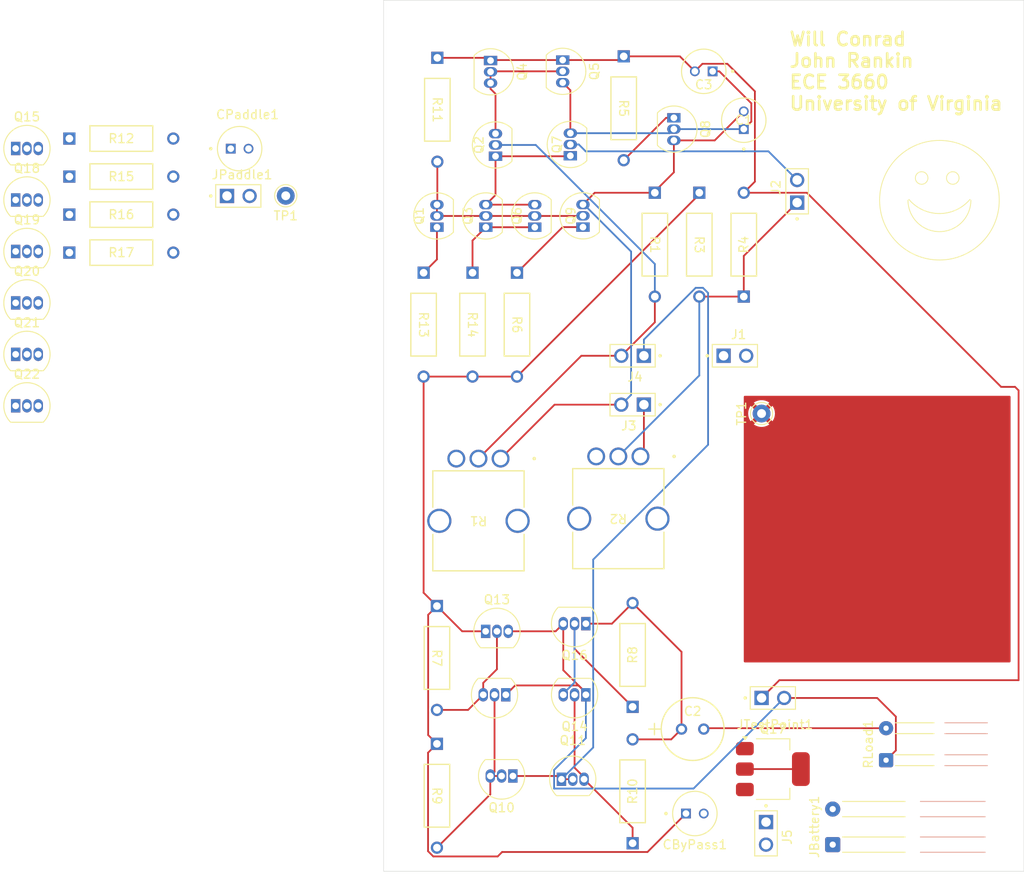
<source format=kicad_pcb>
(kicad_pcb (version 20240108) (generator "pcbnew") (generator_version "8.0")
  (layers (0 "F.Cu" signal) (31 "B.Cu" signal) (34 "B.Paste" user) (35 "F.Paste" user) (36 "B.SilkS" user "B.Silkscreen") (37 "F.SilkS" user "F.Silkscreen") (38 "B.Mask" user) (39 "F.Mask" user) (44 "Edge.Cuts" user))
  (net 0 "")
  (net 1 "Net-(Q1-B)")
  (net 2 "Net-(Q1-E)")
  (net 3 "V-")
  (net 4 "Net-(Q2-C)")
  (net 5 "Net-(Q2-E)")
  (net 6 "Net-(Q3-E)")
  (net 7 "Net-(Q5-C)")
  (net 8 "V+")
  (net 9 "Net-(Q9-E)")
  (net 10 "V_Out_Op-Amp")
  (net 11 "V_In_Output")
  (net 12 "V_Out_Output")
  (net 13 "Net-(J3-Pin_1)")
  (net 14 "Net-(J2-Pin_1)")
  (net 15 "Net-(Q10-B)")
  (net 16 "Net-(JBattery1-Pin_1)")
  (net 17 "Net-(C2-Pad2)")
  (net 18 "Net-(Q11-C)")
  (net 19 "Net-(Q12-C)")
  (net 20 "Net-(Q14-C)")
  (net 21 "Vee")
  (net 22 "VEE")
  (net 23 "Net-(J1-Pin_1)")
  (net 24 "Net-(Q8-E)")
  (net 25 "Net-(Q15-E)")
  (net 26 "VCC")
  (net 27 "Net-(Q15-B)")
  (net 28 "Net-(Q18-C)")
  (net 29 "Net-(Q19-C)")
  (net 30 "Net-(Q20-C)")
  (footprint "Resistor:YAG_MF25_YAG" (layer "F.Cu") (at 64 60.658 -90)
    (property "Reference" "R13" (at 5.842 0 -90) (layer "F.SilkS"))
    (property "Value" "R")
    (pad "1" thru_hole rect (at 0 0 270) (size 1.3716 1.3716) (drill 0.8636) (layers "*.Cu" "*.Mask") (net 2 "Net-(Q1-E)"))
    (pad "2" thru_hole circle (at 11.684 0 270) (size 1.3716 1.3716) (drill 0.8636) (layers "*.Cu" "*.Mask") (net 26 "VCC"))
  )
  (footprint "Package_TO_SOT_THT:TO-92_Inline" (layer "F.Cu") (at 18.13 46.68)
    (property "Reference" "Q15" (at 1.27 -3.56 0) (layer "F.SilkS"))
    (property "Value" "2N3906")
    (pad "1" thru_hole rect (at 0 0) (size 1.05 1.5) (drill 0.75) (layers "*.Cu" "*.Mask") (net 25 "Net-(Q15-E)"))
    (pad "2" thru_hole oval (at 1.27 0) (size 1.05 1.5) (drill 0.75) (layers "*.Cu" "*.Mask") (net 27 "Net-(Q15-B)"))
    (pad "3" thru_hole oval (at 2.54 0) (size 1.05 1.5) (drill 0.75) (layers "*.Cu" "*.Mask") (net 27 "Net-(Q15-B)"))
  )
  (footprint "ECA_1HHG330:CAPPRD200W50D500H1100" (layer "F.Cu") (at 100 43.5 90)
    (property "Reference" "C1" (at 0 0 180) (layer "F.SilkS"))
    (property "Value" "C" (hide yes))
    (pad "1" thru_hole rect (at -1 0 90) (size 1.1 1.1) (drill 0.75) (layers "*.Cu" "*.Mask") (net 7 "Net-(Q5-C)"))
    (pad "2" thru_hole circle (at 1 0 90) (size 1.1 1.1) (drill 0.75) (layers "*.Cu" "*.Mask") (net 25 "Net-(Q15-E)"))
  )
  (footprint "Resistor:YAG_MF25_YAG" (layer "F.Cu") (at 24.171 49.8399)
    (property "Reference" "R15" (at 5.842 0 0) (layer "F.SilkS"))
    (property "Value" "R")
    (pad "1" thru_hole rect (at 0 0) (size 1.3716 1.3716) (drill 0.8636) (layers "*.Cu" "*.Mask") (net 28 "Net-(Q18-C)"))
    (pad "2" thru_hole circle (at 11.684 0) (size 1.3716 1.3716) (drill 0.8636) (layers "*.Cu" "*.Mask") (net 22 "VEE"))
  )
  (footprint "Package_TO_SOT_THT:TO-92_Inline" (layer "F.Cu") (at 80.5 47.5 90)
    (property "Reference" "Q7" (at 1.27 -1.5 90) (layer "F.SilkS"))
    (property "Value" "2N3906" (hide yes))
    (pad "1" thru_hole rect (at 0 0 90) (size 1.05 1.5) (drill 0.75) (layers "*.Cu" "*.Mask") (net 5 "Net-(Q2-E)"))
    (pad "2" thru_hole oval (at 1.27 0 90) (size 1.05 1.5) (drill 0.75) (layers "*.Cu" "*.Mask") (net 8 "V+"))
    (pad "3" thru_hole oval (at 2.54 0 90) (size 1.05 1.5) (drill 0.75) (layers "*.Cu" "*.Mask") (net 7 "Net-(Q5-C)"))
  )
  (footprint "Package_TO_SOT_SMD:SOT-223-3_TabPin2" (layer "F.Cu") (at 103.27 116.5)
    (property "Reference" "Q17" (at 0 -4.5 0) (layer "F.SilkS"))
    (property "Value" "BSP89")
    (pad "1" smd roundrect (at -3.15 -2.3) (size 2 1.5) (layers "F.Cu" "F.Paste" "F.Mask") (net 22 "VEE"))
    (pad "2" smd roundrect (at -3.15 0) (size 2 1.5) (layers "F.Cu" "F.Paste" "F.Mask") (net 16 "Net-(JBattery1-Pin_1)"))
    (pad "2" smd roundrect (at 3.15 0) (size 2 3.8) (layers "F.Cu" "F.Paste" "F.Mask") (net 16 "Net-(JBattery1-Pin_1)"))
    (pad "3" smd roundrect (at -3.15 2.3) (size 2 1.5) (layers "F.Cu" "F.Paste" "F.Mask") (net 26 "VCC"))
  )
  (footprint "35ZLH100MEFC6_3X11:CAP_YX_6P3X11_RUB" (layer "F.Cu") (at 93 112)
    (property "Reference" "C2" (at 1.25 -2 0) (layer "F.SilkS"))
    (property "Value" "35ZLH100MEFC6.3X11" (hide yes))
    (pad "1" thru_hole circle (at 0 0) (size 1.27 1.27) (drill 0.762) (layers "*.Cu" "*.Mask") (net 22 "VEE"))
    (pad "2" thru_hole circle (at 2.5 0) (size 1.27 1.27) (drill 0.762) (layers "*.Cu" "*.Mask") (net 17 "Net-(C2-Pad2)"))
  )
  (footprint "Package_TO_SOT_THT:TO-92_Inline" (layer "F.Cu") (at 18.13 58.26)
    (property "Reference" "Q19" (at 1.27 -3.56 0) (layer "F.SilkS"))
    (property "Value" "2N3906")
    (pad "1" thru_hole rect (at 0 0) (size 1.05 1.5) (drill 0.75) (layers "*.Cu" "*.Mask") (net 10 "V_Out_Op-Amp"))
    (pad "2" thru_hole oval (at 1.27 0) (size 1.05 1.5) (drill 0.75) (layers "*.Cu" "*.Mask") (net 27 "Net-(Q15-B)"))
    (pad "3" thru_hole oval (at 2.54 0) (size 1.05 1.5) (drill 0.75) (layers "*.Cu" "*.Mask") (net 29 "Net-(Q19-C)"))
  )
  (footprint "Resistor:YAG_MF25_YAG" (layer "F.Cu") (at 87.5 109.5 90)
    (property "Reference" "R8" (at 5.842 0 90) (layer "F.SilkS"))
    (property "Value" "R" (hide yes))
    (pad "1" thru_hole rect (at 0 0 90) (size 1.3716 1.3716) (drill 0.8636) (layers "*.Cu" "*.Mask") (net 20 "Net-(Q14-C)"))
    (pad "2" thru_hole circle (at 11.684 0 90) (size 1.3716 1.3716) (drill 0.8636) (layers "*.Cu" "*.Mask") (net 22 "VEE"))
  )
  (footprint "Package_TO_SOT_THT:TO-92_Inline" (layer "F.Cu") (at 18.13 75.63)
    (property "Reference" "Q22" (at 1.27 -3.56 0) (layer "F.SilkS"))
    (property "Value" "2N3906")
    (pad "1" thru_hole rect (at 0 0) (size 1.05 1.5) (drill 0.75) (layers "*.Cu" "*.Mask") (net 22 "VEE"))
    (pad "2" thru_hole oval (at 1.27 0) (size 1.05 1.5) (drill 0.75) (layers "*.Cu" "*.Mask") (net 30 "Net-(Q20-C)"))
    (pad "3" thru_hole oval (at 2.54 0) (size 1.05 1.5) (drill 0.75) (layers "*.Cu" "*.Mask") (net 10 "V_Out_Op-Amp"))
  )
  (footprint "Package_TO_SOT_THT:TO-92_Inline" (layer "F.Cu") (at 74.04 117.28 180)
    (property "Reference" "Q10" (at 1.27 -3.56 0) (layer "F.SilkS"))
    (property "Value" "2N3906" (hide yes))
    (pad "1" thru_hole rect (at 0 0 180) (size 1.05 1.5) (drill 0.75) (layers "*.Cu" "*.Mask") (net 11 "V_In_Output"))
    (pad "2" thru_hole oval (at 1.27 0 180) (size 1.05 1.5) (drill 0.75) (layers "*.Cu" "*.Mask") (net 15 "Net-(Q10-B)"))
    (pad "3" thru_hole oval (at 2.54 0 180) (size 1.05 1.5) (drill 0.75) (layers "*.Cu" "*.Mask") (net 15 "Net-(Q10-B)"))
  )
  (footprint "M20_9990246:HARWIN_M20-9990246" (layer "F.Cu") (at 102.5 123.73 -90)
    (property "Reference" "J5" (at 0.425 -2.385 90) (layer "F.SilkS"))
    (property "Value" "Conn_01x02_Pin" (hide yes))
    (pad "1" thru_hole rect (at -1.27 0 270) (size 1.605 1.605) (drill 1.07) (layers "*.Cu" "*.Mask") (net 22 "VEE"))
    (pad "2" thru_hole circle (at 1.27 0 270) (size 1.605 1.605) (drill 1.07) (layers "*.Cu" "*.Mask") (net 26 "VCC"))
  )
  (footprint "Resistor:YAG_MF25_YAG" (layer "F.Cu") (at 24.171 45.5633)
    (property "Reference" "R12" (at 5.842 0 0) (layer "F.SilkS"))
    (property "Value" "R")
    (pad "1" thru_hole rect (at 0 0) (size 1.3716 1.3716) (drill 0.8636) (layers "*.Cu" "*.Mask") (net 26 "VCC"))
    (pad "2" thru_hole circle (at 11.684 0) (size 1.3716 1.3716) (drill 0.8636) (layers "*.Cu" "*.Mask") (net 27 "Net-(Q15-B)"))
  )
  (footprint "ECA_1HHG330:CAPPRD200W50D500H1100" (layer "F.Cu") (at 43.315 46.7)
    (property "Reference" "CPaddle1" (at 0.8833 -3.835 0) (layer "F.SilkS"))
    (property "Value" "C")
    (pad "1" thru_hole rect (at -1 0) (size 1.1 1.1) (drill 0.75) (layers "*.Cu" "*.Mask") (net 23 "Net-(J1-Pin_1)"))
    (pad "2" thru_hole circle (at 1 0) (size 1.1 1.1) (drill 0.75) (layers "*.Cu" "*.Mask") (net 22 "VEE"))
  )
  (footprint "Package_TO_SOT_THT:TO-92_Inline" (layer "F.Cu") (at 79.5 117.64)
    (property "Reference" "Q11" (at 1.27 -4.36 0) (layer "F.SilkS"))
    (property "Value" "2N3904" (hide yes))
    (pad "1" thru_hole rect (at 0 0) (size 1.05 1.5) (drill 0.75) (layers "*.Cu" "*.Mask") (net 11 "V_In_Output"))
    (pad "2" thru_hole oval (at 1.27 0) (size 1.05 1.5) (drill 0.75) (layers "*.Cu" "*.Mask") (net 11 "V_In_Output"))
    (pad "3" thru_hole oval (at 2.54 0) (size 1.05 1.5) (drill 0.75) (layers "*.Cu" "*.Mask") (net 18 "Net-(Q11-C)"))
  )
  (footprint "Package_TO_SOT_THT:TO-92_Inline" (layer "F.Cu") (at 18.13 69.84)
    (property "Reference" "Q21" (at 1.27 -3.56 0) (layer "F.SilkS"))
    (property "Value" "2N3904")
    (pad "1" thru_hole rect (at 0 0) (size 1.05 1.5) (drill 0.75) (layers "*.Cu" "*.Mask") (net 26 "VCC"))
    (pad "2" thru_hole oval (at 1.27 0) (size 1.05 1.5) (drill 0.75) (layers "*.Cu" "*.Mask") (net 29 "Net-(Q19-C)"))
    (pad "3" thru_hole oval (at 2.54 0) (size 1.05 1.5) (drill 0.75) (layers "*.Cu" "*.Mask") (net 10 "V_Out_Op-Amp"))
  )
  (footprint "M20_9990246:HARWIN_M20-9990246" (layer "F.Cu") (at 87.5 70 180)
    (property "Reference" "J4" (at -0.27 -2.385 0) (layer "F.SilkS"))
    (property "Value" "Conn_01x02_Pin")
    (pad "1" thru_hole rect (at -1.27 0 180) (size 1.605 1.605) (drill 1.07) (layers "*.Cu" "*.Mask") (net 11 "V_In_Output"))
    (pad "2" thru_hole circle (at 1.27 0 180) (size 1.605 1.605) (drill 1.07) (layers "*.Cu" "*.Mask") (net 3 "V-"))
  )
  (footprint "Resistor:YAG_MF25_YAG" (layer "F.Cu") (at 24.171 54.1165)
    (property "Reference" "R16" (at 5.842 0 0) (layer "F.SilkS"))
    (property "Value" "R")
    (pad "1" thru_hole rect (at 0 0) (size 1.3716 1.3716) (drill 0.8636) (layers "*.Cu" "*.Mask") (net 26 "VCC"))
    (pad "2" thru_hole circle (at 11.684 0) (size 1.3716 1.3716) (drill 0.8636) (layers "*.Cu" "*.Mask") (net 29 "Net-(Q19-C)"))
  )
  (footprint "Package_TO_SOT_THT:TO-92_Inline" (layer "F.Cu") (at 82.245 108.14 180)
    (property "Reference" "Q14" (at 1.27 -3.56 0) (layer "F.SilkS"))
    (property "Value" "2N3904" (hide yes))
    (pad "1" thru_hole rect (at 0 0 180) (size 1.05 1.5) (drill 0.75) (layers "*.Cu" "*.Mask") (net 12 "V_Out_Output"))
    (pad "2" thru_hole oval (at 1.27 0 180) (size 1.05 1.5) (drill 0.75) (layers "*.Cu" "*.Mask") (net 18 "Net-(Q11-C)"))
    (pad "3" thru_hole oval (at 2.54 0 180) (size 1.05 1.5) (drill 0.75) (layers "*.Cu" "*.Mask") (net 20 "Net-(Q14-C)"))
  )
  (footprint "Resistor:YAG_MF25_YAG" (layer "F.Cu") (at 69.5 60.658 -90)
    (property "Reference" "R14" (at 5.842 0 -90) (layer "F.SilkS"))
    (property "Value" "R")
    (pad "1" thru_hole rect (at 0 0 270) (size 1.3716 1.3716) (drill 0.8636) (layers "*.Cu" "*.Mask") (net 6 "Net-(Q3-E)"))
    (pad "2" thru_hole circle (at 11.684 0 270) (size 1.3716 1.3716) (drill 0.8636) (layers "*.Cu" "*.Mask") (net 26 "VCC"))
  )
  (footprint "Connector_Pin:Pin_D1.0mm_L10.0mm" (layer "F.Cu") (at 48.5 52)
    (property "Reference" "TP1" (at 0 2.25 0) (layer "F.SilkS"))
    (property "Value" "TestPoint")
    (pad "1" thru_hole circle (at 0 0) (size 2 2) (drill 1) (layers "*.Cu" "*.Mask") (net 23 "Net-(J1-Pin_1)"))
  )
  (footprint "Package_TO_SOT_THT:TO-92_Inline" (layer "F.Cu") (at 92.14 43.23 -90)
    (property "Reference" "Q8" (at 1.27 -3.56 90) (layer "F.SilkS"))
    (property "Value" "2N3904")
    (pad "1" thru_hole rect (at 0 0 270) (size 1.05 1.5) (drill 0.75) (layers "*.Cu" "*.Mask") (net 24 "Net-(Q8-E)"))
    (pad "2" thru_hole oval (at 1.27 0 270) (size 1.05 1.5) (drill 0.75) (layers "*.Cu" "*.Mask") (net 7 "Net-(Q5-C)"))
    (pad "3" thru_hole oval (at 2.54 0 270) (size 1.05 1.5) (drill 0.75) (layers "*.Cu" "*.Mask") (net 25 "Net-(Q15-E)"))
  )
  (footprint "Package_TO_SOT_THT:TO-92_Inline" (layer "F.Cu") (at 73.245 108.14 180)
    (property "Reference" "Q12" (hide yes))
    (property "Value" "2N3906" (hide yes))
    (pad "1" thru_hole rect (at 0 0 180) (size 1.05 1.5) (drill 0.75) (layers "*.Cu" "*.Mask") (net 12 "V_Out_Output"))
    (pad "2" thru_hole oval (at 1.27 0 180) (size 1.05 1.5) (drill 0.75) (layers "*.Cu" "*.Mask") (net 15 "Net-(Q10-B)"))
    (pad "3" thru_hole oval (at 2.54 0 180) (size 1.05 1.5) (drill 0.75) (layers "*.Cu" "*.Mask") (net 19 "Net-(Q12-C)"))
  )
  (footprint "Connector_Pin:Pin_D1.0mm_L10.0mm" (layer "F.Cu") (at 102 76.5 -90)
    (property "Reference" "TP1" (at 0 2.25 90) (layer "F.SilkS"))
    (property "Value" "TestPoint" (hide yes))
    (pad "1" thru_hole circle (at 0 0 270) (size 2 2) (drill 1) (layers "*.Cu" "*.Mask") (net 23 "Net-(J1-Pin_1)"))
  )
  (footprint "Package_TO_SOT_THT:TO-92_Inline" (layer "F.Cu") (at 65.5 55.54 90)
    (property "Reference" "Q1" (at 1.27 -2 90) (layer "F.SilkS"))
    (property "Value" "2N3906" (hide yes))
    (pad "1" thru_hole rect (at 0 0 90) (size 1.05 1.5) (drill 0.75) (layers "*.Cu" "*.Mask") (net 2 "Net-(Q1-E)"))
    (pad "2" thru_hole oval (at 1.27 0 90) (size 1.05 1.5) (drill 0.75) (layers "*.Cu" "*.Mask") (net 1 "Net-(Q1-B)"))
    (pad "3" thru_hole oval (at 2.54 0 90) (size 1.05 1.5) (drill 0.75) (layers "*.Cu" "*.Mask") (net 1 "Net-(Q1-B)"))
  )
  (footprint "Package_TO_SOT_THT:TO-92_Inline" (layer "F.Cu") (at 79.64 36.73 -90)
    (property "Reference" "Q5" (at 1.27 -3.56 90) (layer "F.SilkS"))
    (property "Value" "2N3904" (hide yes))
    (pad "1" thru_hole rect (at 0 0 270) (size 1.05 1.5) (drill 0.75) (layers "*.Cu" "*.Mask") (net 22 "VEE"))
    (pad "2" thru_hole oval (at 1.27 0 270) (size 1.05 1.5) (drill 0.75) (layers "*.Cu" "*.Mask") (net 4 "Net-(Q2-C)"))
    (pad "3" thru_hole oval (at 2.54 0 270) (size 1.05 1.5) (drill 0.75) (layers "*.Cu" "*.Mask") (net 7 "Net-(Q5-C)"))
  )
  (footprint "M20_9990246:HARWIN_M20-9990246" (layer "F.Cu") (at 43.165 52.02)
    (property "Reference" "JPaddle1" (at 0.425 -2.385 0) (layer "F.SilkS"))
    (property "Value" "Conn_01x02_Pin")
    (pad "1" thru_hole rect (at -1.27 0) (size 1.605 1.605) (drill 1.07) (layers "*.Cu" "*.Mask") (net 22 "VEE"))
    (pad "2" thru_hole circle (at 1.27 0) (size 1.605 1.605) (drill 1.07) (layers "*.Cu" "*.Mask") (net 23 "Net-(J1-Pin_1)"))
  )
  (footprint "Resistor:YAG_MF25_YAG" (layer "F.Cu") (at 65.5 113.658 -90)
    (property "Reference" "R9" (at 5.842 0 -90) (layer "F.SilkS"))
    (property "Value" "R")
    (pad "1" thru_hole rect (at 0 0 270) (size 1.3716 1.3716) (drill 0.8636) (layers "*.Cu" "*.Mask") (net 26 "VCC"))
    (pad "2" thru_hole circle (at 11.684 0 270) (size 1.3716 1.3716) (drill 0.8636) (layers "*.Cu" "*.Mask") (net 15 "Net-(Q10-B)"))
  )
  (footprint "Resistor:YAG_MF25_YAG" (layer "F.Cu") (at 100 63.342 90)
    (property "Reference" "R4" (at 5.842 0 90) (layer "F.SilkS"))
    (property "Value" "R" (hide yes))
    (pad "1" thru_hole rect (at 0 0 90) (size 1.3716 1.3716) (drill 0.8636) (layers "*.Cu" "*.Mask") (net 14 "Net-(J2-Pin_1)"))
    (pad "2" thru_hole circle (at 11.684 0 90) (size 1.3716 1.3716) (drill 0.8636) (layers "*.Cu" "*.Mask") (net 22 "VEE"))
  )
  (footprint "Package_TO_SOT_THT:TO-92_Inline" (layer "F.Cu") (at 81.918763 55.525034 90)
    (property "Reference" "Q9" (at 1.27 -1.36 90) (layer "F.SilkS"))
    (property "Value" "2N3906" (hide yes))
    (pad "1" thru_hole rect (at 0 0 90) (size 1.05 1.5) (drill 0.75) (layers "*.Cu" "*.Mask") (net 9 "Net-(Q9-E)"))
    (pad "2" thru_hole oval (at 1.27 0 90) (size 1.05 1.5) (drill 0.75) (layers "*.Cu" "*.Mask") (net 1 "Net-(Q1-B)"))
    (pad "3" thru_hole oval (at 2.54 0 90) (size 1.05 1.5) (drill 0.75) (layers "*.Cu" "*.Mask") (net 25 "Net-(Q15-E)"))
  )
  (footprint "M20_9990246:HARWIN_M20-9990246" (layer "F.Cu") (at 103.27 108.5)
    (property "Reference" "JTestPoint1" (at 0.23 3 0) (layer "F.SilkS"))
    (property "Value" "Conn_01x02_Pin" (hide yes))
    (pad "1" thru_hole rect (at -1.27 0) (size 1.605 1.605) (drill 1.07) (layers "*.Cu" "*.Mask") (net 22 "VEE"))
    (pad "2" thru_hole circle (at 1.27 0) (size 1.605 1.605) (drill 1.07) (layers "*.Cu" "*.Mask") (net 12 "V_Out_Output"))
  )
  (footprint "Resistor:YAG_MF25_YAG" (layer "F.Cu") (at 74.5 60.658 -90)
    (property "Reference" "R6" (at 5.842 0 -90) (layer "F.SilkS"))
    (property "Value" "R" (hide yes))
    (pad "1" thru_hole rect (at 0 0 270) (size 1.3716 1.3716) (drill 0.8636) (layers "*.Cu" "*.Mask") (net 9 "Net-(Q9-E)"))
    (pad "2" thru_hole circle (at 11.684 0 270) (size 1.3716 1.3716) (drill 0.8636) (layers "*.Cu" "*.Mask") (net 26 "VCC"))
  )
  (footprint "Package_TO_SOT_THT:TO-92_Inline" (layer "F.Cu") (at 18.13 64.05)
    (property "Reference" "Q20" (at 1.27 -3.56 0) (layer "F.SilkS"))
    (property "Value" "2N3904")
    (pad "1" thru_hole rect (at 0 0) (size 1.05 1.5) (drill 0.75) (layers "*.Cu" "*.Mask") (net 10 "V_Out_Op-Amp"))
    (pad "2" thru_hole oval (at 1.27 0) (size 1.05 1.5) (drill 0.75) (layers "*.Cu" "*.Mask") (net 28 "Net-(Q18-C)"))
    (pad "3" thru_hole oval (at 2.54 0) (size 1.05 1.5) (drill 0.75) (layers "*.Cu" "*.Mask") (net 30 "Net-(Q20-C)"))
  )
  (footprint "Package_TO_SOT_THT:TO-92_Inline" (layer "F.Cu") (at 82.245 100.14 180)
    (property "Reference" "Q16" (at 1.27 -3.56 0) (layer "F.SilkS"))
    (property "Value" "2N3906" (hide yes))
    (pad "1" thru_hole rect (at 0 0 180) (size 1.05 1.5) (drill 0.75) (layers "*.Cu" "*.Mask") (net 22 "VEE"))
    (pad "2" thru_hole oval (at 1.27 0 180) (size 1.05 1.5) (drill 0.75) (layers "*.Cu" "*.Mask") (net 20 "Net-(Q14-C)"))
    (pad "3" thru_hole oval (at 2.54 0 180) (size 1.05 1.5) (drill 0.75) (layers "*.Cu" "*.Mask") (net 12 "V_Out_Output"))
  )
  (footprint "Resistor:YAG_MF25_YAG" (layer "F.Cu") (at 65.5 98.158 -90)
    (property "Reference" "R7" (at 5.842 0 -90) (layer "F.SilkS"))
    (property "Value" "R" (hide yes))
    (pad "1" thru_hole rect (at 0 0 270) (size 1.3716 1.3716) (drill 0.8636) (layers "*.Cu" "*.Mask") (net 26 "VCC"))
    (pad "2" thru_hole circle (at 11.684 0 270) (size 1.3716 1.3716) (drill 0.8636) (layers "*.Cu" "*.Mask") (net 19 "Net-(Q12-C)"))
  )
  (footprint "Connector_Wire:SolderWire-0.15sqmm_1x02_P4mm_D0.5mm_OD1.5mm_Relief2x" (layer "F.Cu") (at 110 125 90)
    (property "Reference" "JBattery1" (at 2 -2.05 90) (layer "F.SilkS"))
    (property "Value" "Conn_01x02_Pin")
    (pad "" np_thru_hole circle (at 0 9 90) (size 2 2) (drill 2) (layers "*.Cu" "*.Mask"))
    (pad "" np_thru_hole circle (at 0 18 90) (size 2 2) (drill 2) (layers "*.Cu" "*.Mask"))
    (pad "" np_thru_hole circle (at 4 9 90) (size 2 2) (drill 2) (layers "*.Cu" "*.Mask"))
    (pad "" np_thru_hole circle (at 4 18 90) (size 2 2) (drill 2) (layers "*.Cu" "*.Mask"))
    (pad "1" thru_hole roundrect (at 0 0 90) (size 1.7 1.7) (drill 0.7) (layers "*.Cu" "*.Mask") (roundrect_rratio 0.147059) (net 16 "Net-(JBattery1-Pin_1)"))
    (pad "2" thru_hole circle (at 4 0 90) (size 1.7 1.7) (drill 0.7) (layers "*.Cu" "*.Mask") (net 22 "VEE"))
  )
  (footprint "Package_TO_SOT_THT:TO-92_Inline" (layer "F.Cu") (at 72.085 47.554 90)
    (property "Reference" "Q2" (at 1.27 -1.86 90) (layer "F.SilkS"))
    (property "Value" "2N3906" (hide yes))
    (pad "1" thru_hole rect (at 0 0 90) (size 1.05 1.5) (drill 0.75) (layers "*.Cu" "*.Mask") (net 5 "Net-(Q2-E)"))
    (pad "2" thru_hole oval (at 1.27 0 90) (size 1.05 1.5) (drill 0.75) (layers "*.Cu" "*.Mask") (net 3 "V-"))
    (pad "3" thru_hole oval (at 2.54 0 90) (size 1.05 1.5) (drill 0.75) (layers "*.Cu" "*.Mask") (net 4 "Net-(Q2-C)"))
  )
  (footprint "35ZLH100MEFC6_3X11:PTV09A-4015F-B104_BRN" (layer "F.Cu") (at 72.6572 81.568614 180)
    (property "Reference" "R1" (at 2.4892 -6.999986 180) (layer "F.SilkS"))
    (property "Value" "PTV09A-4015F-B103")
    (pad "1" thru_hole circle (at 0 0 180) (size 2.0066 2.0066) (drill 1.4986) (layers "*.Cu" "*.Mask") (net 10 "V_Out_Op-Amp"))
    (pad "2" thru_hole circle (at 2.4892 0 180) (size 2.0066 2.0066) (drill 1.4986) (layers "*.Cu" "*.Mask") (net 10 "V_Out_Op-Amp"))
    (pad "3" thru_hole circle (at 4.9784 0 180) (size 2.0066 2.0066) (drill 1.4986) (layers "*.Cu" "*.Mask") (net 3 "V-"))
    (pad "4" thru_hole circle (at -1.911 -7 180) (size 2.7178 2.7178) (drill 2.2098) (layers "*.Cu" "*.Mask"))
    (pad "5" thru_hole circle (at 6.8894 -7 180) (size 2.7178 2.7178) (drill 2.2098) (layers "*.Cu" "*.Mask"))
  )
  (footprint "Connector_Wire:SolderWire-0.1sqmm_1x02_P3.6mm_D0.4mm_OD1mm_Relief2x" (layer "F.Cu") (at 116 115.5 90)
    (property "Reference" "RLoad1" (at 1.8 -2 90) (layer "F.SilkS"))
    (property "Value" "R")
    (pad "" np_thru_hole circle (at 0 6 90) (size 1.5 1.5) (drill 1.5) (layers "*.Cu" "*.Mask"))
    (pad "" np_thru_hole circle (at 0 12 90) (size 1.5 1.5) (drill 1.5) (layers "*.Cu" "*.Mask"))
    (pad "" np_thru_hole circle (at 3.6 6 90) (size 1.5 1.5) (drill 1.5) (layers "*.Cu" "*.Mask"))
    (pad "" np_thru_hole circle (at 3.6 12 90) (size 1.5 1.5) (drill 1.5) (layers "*.Cu" "*.Mask"))
    (pad "1" thru_hole roundrect (at 0 0 90) (size 1.6 1.6) (drill 0.6) (layers "*.Cu" "*.Mask") (roundrect_rratio 0.15625) (net 12 "V_Out_Output"))
    (pad "2" thru_hole circle (at 3.6 0 90) (size 1.6 1.6) (drill 0.6) (layers "*.Cu" "*.Mask") (net 17 "Net-(C2-Pad2)"))
  )
  (footprint "M20_9990246:HARWIN_M20-9990246" (layer "F.Cu") (at 106 51.5 90)
    (property "Reference" "J2" (at 0.425 -2.385 90) (layer "F.SilkS"))
    (property "Value" "Conn_01x02_Pin" (hide yes))
    (pad "1" thru_hole rect (at -1.27 0 90) (size 1.605 1.605) (drill 1.07) (layers "*.Cu" "*.Mask") (net 14 "Net-(J2-Pin_1)"))
    (pad "2" thru_hole circle (at 1.27 0 90) (size 1.605 1.605) (drill 1.07) (layers "*.Cu" "*.Mask") (net 8 "V+"))
  )
  (footprint "Resistor:YAG_MF25_YAG" (layer "F.Cu") (at 86.5 36.316 -90)
    (property "Reference" "R5" (at 5.842 0 -90) (layer "F.SilkS"))
    (property "Value" "R")
    (pad "1" thru_hole rect (at 0 0 270) (size 1.3716 1.3716) (drill 0.8636) (layers "*.Cu" "*.Mask") (net 22 "VEE"))
    (pad "2" thru_hole circle (at 11.684 0 270) (size 1.3716 1.3716) (drill 0.8636) (layers "*.Cu" "*.Mask") (net 24 "Net-(Q8-E)"))
  )
  (footprint "Package_TO_SOT_THT:TO-92_Inline" (layer "F.Cu") (at 76.5 55.54 90)
    (property "Reference" "Q6" (at 1.27 -2 90) (layer "F.SilkS"))
    (property "Value" "2N3906" (hide yes))
    (pad "1" thru_hole rect (at 0 0 90) (size 1.05 1.5) (drill 0.75) (layers "*.Cu" "*.Mask") (net 6 "Net-(Q3-E)"))
    (pad "2" thru_hole oval (at 1.27 0 90) (size 1.05 1.5) (drill 0.75) (layers "*.Cu" "*.Mask") (net 1 "Net-(Q1-B)"))
    (pad "3" thru_hole oval (at 2.54 0 90) (size 1.05 1.5) (drill 0.75) (layers "*.Cu" "*.Mask") (net 5 "Net-(Q2-E)"))
  )
  (footprint "Package_TO_SOT_THT:TO-92_Inline" (layer "F.Cu") (at 71.527 36.784 -90)
    (property "Reference" "Q4" (at 1.27 -3.56 90) (layer "F.SilkS"))
    (property "Value" "2N3904" (hide yes))
    (pad "1" thru_hole rect (at 0 0 270) (size 1.05 1.5) (drill 0.75) (layers "*.Cu" "*.Mask") (net 22 "VEE"))
    (pad "2" thru_hole oval (at 1.27 0 270) (size 1.05 1.5) (drill 0.75) (layers "*.Cu" "*.Mask") (net 4 "Net-(Q2-C)"))
    (pad "3" thru_hole oval (at 2.54 0 270) (size 1.05 1.5) (drill 0.75) (layers "*.Cu" "*.Mask") (net 4 "Net-(Q2-C)"))
  )
  (footprint "Resistor:YAG_MF25_YAG" (layer "F.Cu") (at 90 51.658 -90)
    (property "Reference" "R1" (at 5.842 0 -90) (layer "F.SilkS"))
    (property "Value" "R" (hide yes))
    (pad "1" thru_hole rect (at 0 0 270) (size 1.3716 1.3716) (drill 0.8636) (layers "*.Cu" "*.Mask") (net 10 "V_Out_Op-Amp"))
    (pad "2" thru_hole circle (at 11.684 0 270) (size 1.3716 1.3716) (drill 0.8636) (layers "*.Cu" "*.Mask") (net 3 "V-"))
  )
  (footprint "Package_TO_SOT_THT:TO-92_Inline" (layer "F.Cu") (at 71 55.54 90)
    (property "Reference" "Q3" (at 1.27 -2 90) (layer "F.SilkS"))
    (property "Value" "2N3906" (hide yes))
    (pad "1" thru_hole rect (at 0 0 90) (size 1.05 1.5) (drill 0.75) (layers "*.Cu" "*.Mask") (net 6 "Net-(Q3-E)"))
    (pad "2" thru_hole oval (at 1.27 0 90) (size 1.05 1.5) (drill 0.75) (layers "*.Cu" "*.Mask") (net 1 "Net-(Q1-B)"))
    (pad "3" thru_hole oval (at 2.54 0 90) (size 1.05 1.5) (drill 0.75) (layers "*.Cu" "*.Mask") (net 5 "Net-(Q2-E)"))
  )
  (footprint "Resistor:YAG_MF25_YAG" (layer "F.Cu") (at 24.171 58.3931)
    (property "Reference" "R17" (at 5.842 0 0) (layer "F.SilkS"))
    (property "Value" "R")
    (pad "1" thru_hole rect (at 0 0) (size 1.3716 1.3716) (drill 0.8636) (layers "*.Cu" "*.Mask") (net 30 "Net-(Q20-C)"))
    (pad "2" thru_hole circle (at 11.684 0) (size 1.3716 1.3716) (drill 0.8636) (layers "*.Cu" "*.Mask") (net 22 "VEE"))
  )
  (footprint "Package_TO_SOT_THT:TO-92_Inline" (layer "F.Cu") (at 18.13 52.47)
    (property "Reference" "Q18" (at 1.27 -3.56 0) (layer "F.SilkS"))
    (property "Value" "2N3904")
    (pad "1" thru_hole rect (at 0 0) (size 1.05 1.5) (drill 0.75) (layers "*.Cu" "*.Mask") (net 25 "Net-(Q15-E)"))
    (pad "2" thru_hole oval (at 1.27 0) (size 1.05 1.5) (drill 0.75) (layers "*.Cu" "*.Mask") (net 25 "Net-(Q15-E)"))
    (pad "3" thru_hole oval (at 2.54 0) (size 1.05 1.5) (drill 0.75) (layers "*.Cu" "*.Mask") (net 28 "Net-(Q18-C)"))
  )
  (footprint "35ZLH100MEFC6_3X11:PTV09A-4015F-B104_BRN" (layer "F.Cu") (at 88.384 81.324 180)
    (property "Reference" "R2" (at 2.4892 -6.999986 180) (layer "F.SilkS"))
    (property "Value" "PTV09A-4015F-B104")
    (pad "1" thru_hole circle (at 0 0 180) (size 2.0066 2.0066) (drill 1.4986) (layers "*.Cu" "*.Mask") (net 13 "Net-(J3-Pin_1)"))
    (pad "2" thru_hole circle (at 2.4892 0 180) (size 2.0066 2.0066) (drill 1.4986) (layers "*.Cu" "*.Mask") (net 13 "Net-(J3-Pin_1)"))
    (pad "3" thru_hole circle (at 4.9784 0 180) (size 2.0066 2.0066) (drill 1.4986) (layers "*.Cu" "*.Mask") (net 14 "Net-(J2-Pin_1)"))
    (pad "4" thru_hole circle (at -1.911 -7 180) (size 2.7178 2.7178) (drill 2.2098) (layers "*.Cu" "*.Mask"))
    (pad "5" thru_hole circle (at 6.8894 -7 180) (size 2.7178 2.7178) (drill 2.2098) (layers "*.Cu" "*.Mask"))
  )
  (footprint "ECA_1HHG330:CAPPRD200W50D500H1100" (layer "F.Cu") (at 94.5 121.5)
    (property "Reference" "CByPass1" (at 0 3.5 0) (layer "F.SilkS"))
    (property "Value" "C" (hide yes))
    (pad "1" thru_hole rect (at -1 0) (size 1.1 1.1) (drill 0.75) (layers "*.Cu" "*.Mask") (net 26 "VCC"))
    (pad "2" thru_hole circle (at 1 0) (size 1.1 1.1) (drill 0.75) (layers "*.Cu" "*.Mask") (net 22 "VEE"))
  )
  (footprint "Resistor:YAG_MF25_YAG" (layer "F.Cu") (at 87.5 124.842 90)
    (property "Reference" "R10" (at 5.842 0 90) (layer "F.SilkS"))
    (property "Value" "R")
    (pad "1" thru_hole rect (at 0 0 90) (size 1.3716 1.3716) (drill 0.8636) (layers "*.Cu" "*.Mask") (net 18 "Net-(Q11-C)"))
    (pad "2" thru_hole circle (at 11.684 0 90) (size 1.3716 1.3716) (drill 0.8636) (layers "*.Cu" "*.Mask") (net 22 "VEE"))
  )
  (footprint "Resistor:YAG_MF25_YAG" (layer "F.Cu") (at 65.545 36.482 -90)
    (property "Reference" "R11" (at 5.842 0 -90) (layer "F.SilkS"))
    (property "Value" "R")
    (pad "1" thru_hole rect (at 0 0 270) (size 1.3716 1.3716) (drill 0.8636) (layers "*.Cu" "*.Mask") (net 22 "VEE"))
    (pad "2" thru_hole circle (at 11.684 0 270) (size 1.3716 1.3716) (drill 0.8636) (layers "*.Cu" "*.Mask") (net 1 "Net-(Q1-B)"))
  )
  (footprint "Resistor:YAG_MF25_YAG" (layer "F.Cu") (at 95 51.658 -90)
    (property "Reference" "R3" (at 5.842 0 -90) (layer "F.SilkS"))
    (property "Value" "R")
    (pad "1" thru_hole rect (at 0 0 270) (size 1.3716 1.3716) (drill 0.8636) (layers "*.Cu" "*.Mask") (net 26 "VCC"))
    (pad "2" thru_hole circle (at 11.684 0 270) (size 1.3716 1.3716) (drill 0.8636) (layers "*.Cu" "*.Mask") (net 14 "Net-(J2-Pin_1)"))
  )
  (footprint "M20_9990246:HARWIN_M20-9990246" (layer "F.Cu") (at 87.5 75.5 180)
    (property "Reference" "J3" (at 0.425 -2.385 0) (layer "F.SilkS"))
    (property "Value" "Conn_01x02_Pin" (hide yes))
    (pad "1" thru_hole rect (at -1.27 0 180) (size 1.605 1.605) (drill 1.07) (layers "*.Cu" "*.Mask") (net 13 "Net-(J3-Pin_1)"))
    (pad "2" thru_hole circle (at 1.27 0 180) (size 1.605 1.605) (drill 1.07) (layers "*.Cu" "*.Mask") (net 10 "V_Out_Op-Amp"))
  )
  (footprint "ECA_1HHG330:CAPPRD200W50D500H1100" (layer "F.Cu") (at 95.5 38 180)
    (property "Reference" "C3" (at 0 -1.5 0) (layer "F.SilkS"))
    (property "Value" "C" (hide yes))
    (pad "1" thru_hole rect (at -1 0 180) (size 1.1 1.1) (drill 0.75) (layers "*.Cu" "*.Mask") (net 7 "Net-(Q5-C)"))
    (pad "2" thru_hole circle (at 1 0 180) (size 1.1 1.1) (drill 0.75) (layers "*.Cu" "*.Mask") (net 21 "Vee"))
  )
  (footprint "M20_9990246:HARWIN_M20-9990246" (layer "F.Cu") (at 99 70)
    (property "Reference" "J1" (at 0.425 -2.385 0) (layer "F.SilkS"))
    (property "Value" "Conn_01x02_Pin" (hide yes))
    (pad "1" thru_hole rect (at -1.27 0) (size 1.605 1.605) (drill 1.07) (layers "*.Cu" "*.Mask") (net 23 "Net-(J1-Pin_1)"))
    (pad "2" thru_hole circle (at 1.27 0) (size 1.605 1.605) (drill 1.07) (layers "*.Cu" "*.Mask") (net 3 "V-"))
  )
  (footprint "Package_TO_SOT_THT:TO-92_Inline" (layer "F.Cu") (at 70.975 101)
    (property "Reference" "Q13" (at 1.27 -3.56 0) (layer "F.SilkS"))
    (property "Value" "2N3904" (hide yes))
    (pad "1" thru_hole rect (at 0 0) (size 1.05 1.5) (drill 0.75) (layers "*.Cu" "*.Mask") (net 26 "VCC"))
    (pad "2" thru_hole oval (at 1.27 0) (size 1.05 1.5) (drill 0.75) (layers "*.Cu" "*.Mask") (net 19 "Net-(Q12-C)"))
    (pad "3" thru_hole oval (at 2.54 0) (size 1.05 1.5) (drill 0.75) (layers "*.Cu" "*.Mask") (net 12 "V_Out_Output"))
  )
  (gr_arc (start 125.431217 52.411486) (mid 123.890544 53.583607) (end 122 54) (stroke (width 0.1)) (layer "F.SilkS"))
  (gr_circle (center 123.5 50) (end 124 49.5) (stroke (width 0.1)) (fill none) (layer "F.SilkS"))
  (gr_arc (start 121.5 55.999999) (mid 119.329068 54.816487) (end 118.464467 52.5) (stroke (width 0.1)) (layer "F.SilkS"))
  (gr_circle (center 120 50) (end 120.5 49.5) (stroke (width 0.1)) (fill none) (layer "F.SilkS"))
  (gr_arc (start 125.535532 52.5) (mid 124.316487 55.170932) (end 121.5 55.999998) (stroke (width 0.1)) (layer "F.SilkS"))
  (gr_circle (center 122 52.5) (end 127 48) (stroke (width 0.1)) (fill none) (layer "F.SilkS"))
  (gr_arc (start 122 54) (mid 120.109456 53.583607) (end 118.568783 52.411485) (stroke (width 0.1)) (layer "F.SilkS"))
  (gr_rect (start 59.5 30) (end 131.5 128) (stroke (width 0.05)) (fill none) (layer "Edge.Cuts"))
  (gr_text "Will Conrad\nJohn Rankin\nECE 3660\nUniversity of Virginia" (at 105 42.5 0) (layer "F.SilkS") (effects (font (size 1.5 1.5) (thickness 0.3) (bold yes)) (justify left bottom)))
  (segment (start 65.545 48.166) (end 65.545 52.955) (width 0.2) (layer "F.Cu") (net 1))
  (segment (start 65.545 52.955) (end 65.5 53) (width 0.2) (layer "F.Cu") (net 1))
  (segment (start 71 54.27) (end 76.5 54.27) (width 0.2) (layer "F.Cu") (net 1))
  (segment (start 81.903797 54.27) (end 81.918763 54.255034) (width 0.2) (layer "F.Cu") (net 1))
  (segment (start 65.5 54.27) (end 71 54.27) (width 0.2) (layer "F.Cu") (net 1))
  (segment (start 65.5 53) (end 65.5 54.27) (width 0.2) (layer "F.Cu") (net 1))
  (segment (start 76.5 54.27) (end 81.903797 54.27) (width 0.2) (layer "F.Cu") (net 1))
  (segment (start 65.5 55.54) (end 65.5 59.158) (width 0.2) (layer "F.Cu") (net 2))
  (segment (start 65.5 59.158) (end 64 60.658) (width 0.2) (layer "F.Cu") (net 2))
  (segment (start 81.736614 70) (end 70.168 81.568614) (width 0.2) (layer "F.Cu") (net 3))
  (segment (start 90 66.23) (end 86.23 70) (width 0.2) (layer "F.Cu") (net 3))
  (segment (start 90 63.342) (end 90 66.23) (width 0.2) (layer "F.Cu") (net 3))
  (segment (start 86.23 70) (end 81.736614 70) (width 0.2) (layer "F.Cu") (net 3))
  (segment (start 76.609455 46.284) (end 72.085 46.284) (width 0.2) (layer "B.Cu") (net 3))
  (segment (start 90 59.674545) (end 76.609455 46.284) (width 0.2) (layer "B.Cu") (net 3))
  (segment (start 90 63.342) (end 90 59.674545) (width 0.2) (layer "B.Cu") (net 3))
  (segment (start 71.581 38) (end 71.527 38.054) (width 0.2) (layer "F.Cu") (net 4))
  (segment (start 71.527 38.054) (end 71.527 39.324) (width 0.2) (layer "F.Cu") (net 4))
  (segment (start 79.64 38) (end 71.581 38) (width 0.2) (layer "F.Cu") (net 4))
  (segment (start 71.527 39.324) (end 71.527 39.973) (width 0.2) (layer "F.Cu") (net 4))
  (segment (start 71.527 39.973) (end 72.085 40.531) (width 0.2) (layer "F.Cu") (net 4))
  (segment (start 72.085 40.531) (end 72.085 45.014) (width 0.2) (layer "F.Cu") (net 4))
  (segment (start 72.085 47.554) (end 80.446 47.554) (width 0.2) (layer "F.Cu") (net 5))
  (segment (start 72.085 51.915) (end 71 53) (width 0.2) (layer "F.Cu") (net 5))
  (segment (start 80.446 47.554) (end 80.5 47.5) (width 0.2) (layer "F.Cu") (net 5))
  (segment (start 72.085 47.554) (end 72.085 51.915) (width 0.2) (layer "F.Cu") (net 5))
  (segment (start 71 53) (end 76.5 53) (width 0.2) (layer "F.Cu") (net 5))
  (segment (start 69.5 57.04) (end 71 55.54) (width 0.2) (layer "F.Cu") (net 6))
  (segment (start 69.5 60.658) (end 69.5 57.04) (width 0.2) (layer "F.Cu") (net 6))
  (segment (start 71 55.54) (end 76.5 55.54) (width 0.2) (layer "F.Cu") (net 6))
  (segment (start 97.25 38) (end 100.85 41.6) (width 0.2) (layer "F.Cu") (net 7))
  (segment (start 80.5 40.13) (end 79.64 39.27) (width 0.2) (layer "F.Cu") (net 7))
  (segment (start 80.5 44.96) (end 80.5 40.13) (width 0.2) (layer "F.Cu") (net 7))
  (segment (start 100.85 41.6) (end 100.85 43.65) (width 0.2) (layer "F.Cu") (net 7))
  (segment (start 96.5 38) (end 97.25 38) (width 0.2) (layer "F.Cu") (net 7))
  (segment (start 100.85 43.65) (end 100 44.5) (width 0.2) (layer "F.Cu") (net 7))
  (segment (start 91.68 44.96) (end 92.14 44.5) (width 0.2) (layer "B.Cu") (net 7))
  (segment (start 80.5 44.96) (end 91.68 44.96) (width 0.2) (layer "B.Cu") (net 7))
  (segment (start 100 44.5) (end 92.14 44.5) (width 0.2) (layer "B.Cu") (net 7))
  (segment (start 102.77 47) (end 82.22 47) (width 0.2) (layer "B.Cu") (net 8))
  (segment (start 81.45 46.23) (end 80.5 46.23) (width 0.2) (layer "B.Cu") (net 8))
  (segment (start 106 50.23) (end 102.77 47) (width 0.2) (layer "B.Cu") (net 8))
  (segment (start 82.22 47) (end 81.45 46.23) (width 0.2) (layer "B.Cu") (net 8))
  (segment (start 81.918763 55.525034) (end 79.632966 55.525034) (width 0.2) (layer "F.Cu") (net 9))
  (segment (start 79.632966 55.525034) (end 74.5 60.658) (width 0.2) (layer "F.Cu") (net 9))
  (segment (start 83.245797 51.658) (end 81.918763 52.985034) (width 0.2) (layer "F.Cu") (net 10))
  (segment (start 96.73 45.77) (end 92.14 45.77) (width 0.2) (layer "F.Cu") (net 10))
  (segment (start 78.725814 75.5) (end 72.6572 81.568614) (width 0.2) (layer "F.Cu") (net 10))
  (segment (start 90 51.658) (end 83.245797 51.658) (width 0.2) (layer "F.Cu") (net 10))
  (segment (start 86.23 75.5) (end 78.725814 75.5) (width 0.2) (layer "F.Cu") (net 10))
  (segment (start 92.14 49.36) (end 92.14 45.77) (width 0.2) (layer "F.Cu") (net 10))
  (segment (start 90 51.658) (end 90 51.5) (width 0.2) (layer "F.Cu") (net 10))
  (segment (start 90 51.5) (end 92.14 49.36) (width 0.2) (layer "F.Cu") (net 10))
  (segment (start 100 42.5) (end 96.73 45.77) (width 0.2) (layer "F.Cu") (net 10))
  (segment (start 87.3325 74.3975) (end 86.23 75.5) (width 0.2) (layer "B.Cu") (net 10))
  (segment (start 87.3325 58.277045) (end 87.3325 74.3975) (width 0.2) (layer "B.Cu") (net 10))
  (segment (start 81.918763 52.985034) (end 82.040489 52.985034) (width 0.2) (layer "B.Cu") (net 10))
  (segment (start 82.040489 52.985034) (end 87.3325 58.277045) (width 0.2) (layer "B.Cu") (net 10))
  (segment (start 79.5 117.64) (end 80.77 117.64) (width 0.2) (layer "F.Cu") (net 11))
  (segment (start 74.04 117.28) (end 79.14 117.28) (width 0.2) (layer "F.Cu") (net 11))
  (segment (start 79.14 117.28) (end 79.5 117.64) (width 0.2) (layer "F.Cu") (net 11))
  (segment (start 88.77 70) (end 88.77 68.177868) (width 0.2) (layer "B.Cu") (net 11))
  (segment (start 83.07 92.93) (end 83.07 114.07) (width 0.2) (layer "B.Cu") (net 11))
  (segment (start 94.591668 62.3562) (end 95.408332 62.3562) (width 0.2) (layer "B.Cu") (net 11))
  (segment (start 95.9858 62.933668) (end 95.9858 80.0142) (width 0.2) (layer "B.Cu") (net 11))
  (segment (start 83.07 114.07) (end 79.5 117.64) (width 0.2) (layer "B.Cu") (net 11))
  (segment (start 95.9858 80.0142) (end 83.07 92.93) (width 0.2) (layer "B.Cu") (net 11))
  (segment (start 95.408332 62.3562) (end 95.9858 62.933668) (width 0.2) (layer "B.Cu") (net 11))
  (segment (start 88.77 68.177868) (end 94.591668 62.3562) (width 0.2) (layer "B.Cu") (net 11))
  (segment (start 82.245 107.915) (end 82.245 108.14) (width 0.2) (layer "F.Cu") (net 12))
  (segment (start 117.1 114.4) (end 117.1 110.6) (width 0.2) (layer "F.Cu") (net 12))
  (segment (start 117.1 110.6) (end 115 108.5) (width 0.2) (layer "F.Cu") (net 12))
  (segment (start 74.295 107.09) (end 81.42 107.09) (width 0.2) (layer "F.Cu") (net 12))
  (segment (start 78.845 101) (end 79.705 100.14) (width 0.2) (layer "F.Cu") (net 12))
  (segment (start 116 115.5) (end 117.1 114.4) (width 0.2) (layer "F.Cu") (net 12))
  (segment (start 81.42 107.09) (end 82.245 107.915) (width 0.2) (layer "F.Cu") (net 12))
  (segment (start 73.245 108.14) (end 74.295 107.09) (width 0.2) (layer "F.Cu") (net 12))
  (segment (start 79.705 105.375) (end 79.705 100.14) (width 0.2) (layer "F.Cu") (net 12))
  (segment (start 115 108.5) (end 104.54 108.5) (width 0.2) (layer "F.Cu") (net 12))
  (segment (start 73.515 101) (end 78.845 101) (width 0.2) (layer "F.Cu") (net 12))
  (segment (start 82.245 107.915) (end 79.705 105.375) (width 0.2) (layer "F.Cu") (net 12))
  (segment (start 78.675 116.59) (end 78.675 118.69) (width 0.2) (layer "B.Cu") (net 12))
  (segment (start 78.675 118.69) (end 94.35 118.69) (width 0.2) (layer "B.Cu") (net 12))
  (segment (start 82.245 108.14) (end 82.245 113.02) (width 0.2) (layer "B.Cu") (net 12))
  (segment (start 94.35 118.69) (end 104.54 108.5) (width 0.2) (layer "B.Cu") (net 12))
  (segment (start 82.245 113.02) (end 78.675 116.59) (width 0.2) (layer "B.Cu") (net 12))
  (segment (start 88.77 75.5) (end 88.77 80.938) (width 0.2) (layer "F.Cu") (net 13))
  (segment (start 88.77 80.938) (end 88.384 81.324) (width 0.2) (layer "F.Cu") (net 13))
  (segment (start 100 58.77) (end 106 52.77) (width 0.2) (layer "F.Cu") (net 14))
  (segment (start 100 63.342) (end 100 58.77) (width 0.2) (layer "F.Cu") (net 14))
  (segment (start 95 63.342) (end 100 63.342) (width 0.2) (layer "F.Cu") (net 14))
  (segment (start 95 63.342) (end 95 72.2188) (width 0.2) (layer "B.Cu") (net 14))
  (segment (start 95 72.2188) (end 85.8948 81.324) (width 0.2) (layer "B.Cu") (net 14))
  (segment (start 71.5 117.28) (end 71.5 119.342) (width 0.2) (layer "F.Cu") (net 15))
  (segment (start 71.975 108.14) (end 71.975 116.805) (width 0.2) (layer "F.Cu") (net 15))
  (segment (start 71.5 119.342) (end 65.5 125.342) (width 0.2) (layer "F.Cu") (net 15))
  (segment (start 71.5 117.28) (end 72.77 117.28) (width 0.2) (layer "F.Cu") (net 15))
  (segment (start 71.975 116.805) (end 71.5 117.28) (width 0.2) (layer "F.Cu") (net 15))
  (segment (start 100.12 116.5) (end 106.42 116.5) (width 0.2) (layer "F.Cu") (net 16))
  (segment (start 95.6 111.9) (end 95.5 112) (width 0.2) (layer "F.Cu") (net 17))
  (segment (start 116 111.9) (end 95.6 111.9) (width 0.2) (layer "F.Cu") (net 17))
  (segment (start 82.04 117.64) (end 82.04 117.415) (width 0.2) (layer "F.Cu") (net 18))
  (segment (start 80.975 116.35) (end 80.975 108.14) (width 0.2) (layer "F.Cu") (net 18))
  (segment (start 82.04 117.415) (end 80.975 116.35) (width 0.2) (layer "F.Cu") (net 18))
  (segment (start 87.5 124.842) (end 87.5 123.1) (width 0.2) (layer "F.Cu") (net 18))
  (segment (start 87.5 123.1) (end 82.04 117.64) (width 0.2) (layer "F.Cu") (net 18))
  (segment (start 72.245 105.265) (end 70.705 106.805) (width 0.2) (layer "F.Cu") (net 19))
  (segment (start 69.003 109.842) (end 70.705 108.14) (width 0.2) (layer "F.Cu") (net 19))
  (segment (start 72.245 101) (end 72.245 105.265) (width 0.2) (layer "F.Cu") (net 19))
  (segment (start 70.705 106.805) (end 70.705 108.14) (width 0.2) (layer "F.Cu") (net 19))
  (segment (start 65.5 109.842) (end 69.003 109.842) (width 0.2) (layer "F.Cu") (net 19))
  (segment (start 87.5 109.5) (end 80.975 102.975) (width 0.2) (layer "F.Cu") (net 20))
  (segment (start 80.975 102.975) (end 80.975 100.14) (width 0.2) (layer "F.Cu") (net 20))
  (segment (start 80.975 106.748274) (end 79.705 108.018274) (width 0.2) (layer "B.Cu") (net 20))
  (segment (start 80.975 100.14) (end 80.975 106.748274) (width 0.2) (layer "B.Cu") (net 20))
  (segment (start 79.705 108.018274) (end 79.705 108.14) (width 0.2) (layer "B.Cu") (net 20))
  (segment (start 72.27 36.73) (end 79.64 36.73) (width 0.2) (layer "F.Cu") (net 21))
  (segment (start 86.5 36.316) (end 92.816 36.316) (width 0.2) (layer "F.Cu") (net 21))
  (segment (start 92.816 36.316) (end 94.5 38) (width 0.2) (layer "F.Cu") (net 21))
  (segment (start 104 106.5) (end 102 108.5) (width 0.2) (layer "F.Cu") (net 21))
  (segment (start 72.216 36.784) (end 72.27 36.73) (width 0.2) (layer "F.Cu") (net 21))
  (segment (start 107.093 51.658) (end 128.935 73.5) (width 0.2) (layer "F.Cu") (net 21))
  (segment (start 95.35 37.15) (end 98.15 37.15) (width 0.2) (layer "F.Cu") (net 21))
  (segment (start 71.527 36.784) (end 72.216 36.784) (width 0.2) (layer "F.Cu") (net 21))
  (segment (start 94.5 38) (end 95.35 37.15) (width 0.2) (layer "F.Cu") (net 21))
  (segment (start 65.545 36.482) (end 71.225 36.482) (width 0.2) (layer "F.Cu") (net 21))
  (segment (start 100 51.658) (end 107.093 51.658) (width 0.2) (layer "F.Cu") (net 21))
  (segment (start 130.9 73.9) (end 130.9 106.5) (width 0.2) (layer "F.Cu") (net 21))
  (segment (start 130.9 106.5) (end 104 106.5) (width 0.2) (layer "F.Cu") (net 21))
  (segment (start 98.15 37.15) (end 101.25 40.25) (width 0.2) (layer "F.Cu") (net 21))
  (segment (start 101.25 50.408) (end 100 51.658) (width 0.2) (layer "F.Cu") (net 21))
  (segment (start 86.086 36.73) (end 86.5 36.316) (width 0.2) (layer "F.Cu") (net 21))
  (segment (start 101.25 40.25) (end 101.25 50.408) (width 0.2) (layer "F.Cu") (net 21))
  (segment (start 79.64 36.73) (end 86.086 36.73) (width 0.2) (layer "F.Cu") (net 21))
  (segment (start 128.935 73.5) (end 130.5 73.5) (width 0.2) (layer "F.Cu") (net 21))
  (segment (start 130.5 73.5) (end 130.9 73.9) (width 0.2) (layer "F.Cu") (net 21))
  (segment (start 71.225 36.482) (end 71.527 36.784) (width 0.2) (layer "F.Cu") (net 21))
  (segment (start 82.245 100.14) (end 85.176 100.14) (width 0.2) (layer "F.Cu") (net 22))
  (segment (start 93 112) (end 93 103.316) (width 0.2) (layer "F.Cu") (net 22))
  (segment (start 93 103.316) (end 87.5 97.816) (width 0.2) (layer "F.Cu") (net 22))
  (segment (start 91.842 113.158) (end 93 112) (width 0.2) (layer "F.Cu") (net 22))
  (segment (start 87.5 113.158) (end 91.842 113.158) (width 0.2) (layer "F.Cu") (net 22))
  (segment (start 85.176 100.14) (end 87.5 97.816) (width 0.2) (layer "F.Cu") (net 22))
  (segment (start 92.14 43.23) (end 91.27 43.23) (width 0.2) (layer "F.Cu") (net 24))
  (segment (start 91.27 43.23) (end 86.5 48) (width 0.2) (layer "F.Cu") (net 24))
  (segment (start 68.342 101) (end 65.5 98.158) (width 0.2) (layer "F.Cu") (net 26))
  (segment (start 64.5142 112.6722) (end 64.5142 99.1438) (width 0.2) (layer "F.Cu") (net 26))
  (segment (start 93.5 121.5) (end 89.1722 125.8278) (width 0.2) (layer "F.Cu") (net 26))
  (segment (start 69.5 72.342) (end 74.5 72.342) (width 0.2) (layer "F.Cu") (net 26))
  (segment (start 64 96.658) (end 64 72.342) (width 0.2) (layer "F.Cu") (net 26))
  (segment (start 64 72.342) (end 69.5 72.342) (width 0.2) (layer "F.Cu") (net 26))
  (segment (start 72.3278 126.3278) (end 65.091668 126.3278) (width 0.2) (layer "F.Cu") (net 26))
  (segment (start 72.8278 125.8278) (end 72.3278 126.3278) (width 0.2) (layer "F.Cu") (net 26))
  (segment (start 65.5 113.658) (end 64.5142 112.6722) (width 0.2) (layer "F.Cu") (net 26))
  (segment (start 89.1722 125.8278) (end 72.8278 125.8278) (width 0.2) (layer "F.Cu") (net 26))
  (segment (start 64.5142 99.1438) (end 65.5 98.158) (width 0.2) (layer "F.Cu") (net 26))
  (segment (start 64.5 125.736132) (end 64.5 114.658) (width 0.2) (layer "F.Cu") (net 26))
  (segment (start 64.5 114.658) (end 65.5 113.658) (width 0.2) (layer "F.Cu") (net 26))
  (segment (start 95 51.842) (end 95 51.658) (width 0.2) (layer "F.Cu") (net 26))
  (segment (start 74.5 72.342) (end 95 51.842) (width 0.2) (layer "F.Cu") (net 26))
  (segment (start 65.5 98.158) (end 64 96.658) (width 0.2) (layer "F.Cu") (net 26))
  (segment (start 65.091668 126.3278) (end 64.5 125.736132) (width 0.2) (layer "F.Cu") (net 26))
  (segment (start 70.975 101) (end 68.342 101) (width 0.2) (layer "F.Cu") (net 26))
  (zone (net 23) (net_name "Net-(J1-Pin_1)") (layer "F.Cu") (connect_pads (clearance 0.5)) (min_thickness 0.25) (fill yes (thermal_gap 0.5) (thermal_bridge_width 0.5) (island_removal_mode 1) (island_area_min 10))
    (polygon (pts (xy 100 74.5) (xy 130 74.5) (xy 130 104.5) (xy 100 104.5)))
  )
)
</source>
